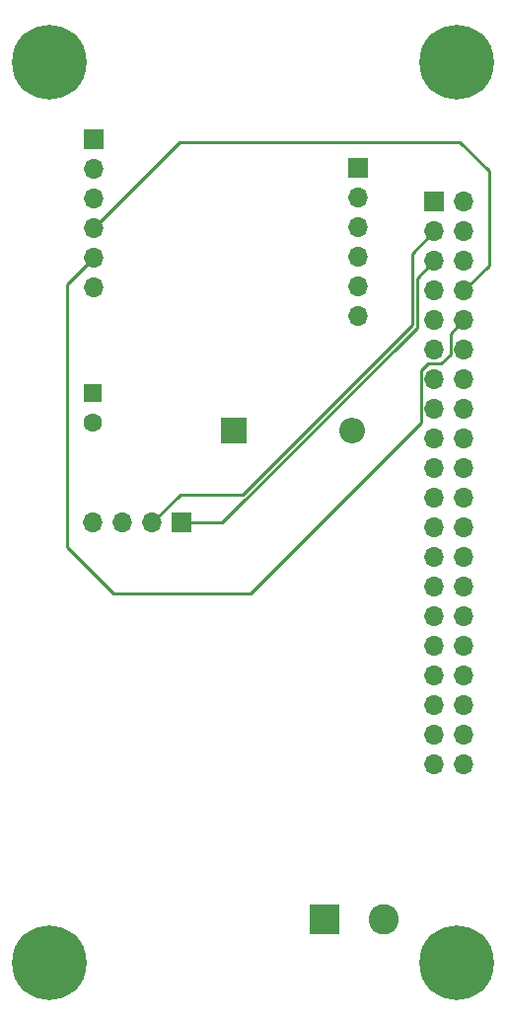
<source format=gtl>
G04 #@! TF.GenerationSoftware,KiCad,Pcbnew,5.1.6+dfsg1-1*
G04 #@! TF.CreationDate,2021-04-08T12:45:13+02:00*
G04 #@! TF.ProjectId,gsm-rtc-board,67736d2d-7274-4632-9d62-6f6172642e6b,rev?*
G04 #@! TF.SameCoordinates,Original*
G04 #@! TF.FileFunction,Copper,L1,Top*
G04 #@! TF.FilePolarity,Positive*
%FSLAX46Y46*%
G04 Gerber Fmt 4.6, Leading zero omitted, Abs format (unit mm)*
G04 Created by KiCad (PCBNEW 5.1.6+dfsg1-1) date 2021-04-08 12:45:13*
%MOMM*%
%LPD*%
G01*
G04 APERTURE LIST*
G04 #@! TA.AperFunction,ComponentPad*
%ADD10O,1.700000X1.700000*%
G04 #@! TD*
G04 #@! TA.AperFunction,ComponentPad*
%ADD11R,1.700000X1.700000*%
G04 #@! TD*
G04 #@! TA.AperFunction,ComponentPad*
%ADD12C,6.400000*%
G04 #@! TD*
G04 #@! TA.AperFunction,ComponentPad*
%ADD13C,2.600000*%
G04 #@! TD*
G04 #@! TA.AperFunction,ComponentPad*
%ADD14R,2.600000X2.600000*%
G04 #@! TD*
G04 #@! TA.AperFunction,ComponentPad*
%ADD15O,2.200000X2.200000*%
G04 #@! TD*
G04 #@! TA.AperFunction,ComponentPad*
%ADD16R,2.200000X2.200000*%
G04 #@! TD*
G04 #@! TA.AperFunction,ComponentPad*
%ADD17C,1.600000*%
G04 #@! TD*
G04 #@! TA.AperFunction,ComponentPad*
%ADD18R,1.600000X1.600000*%
G04 #@! TD*
G04 #@! TA.AperFunction,Conductor*
%ADD19C,0.250000*%
G04 #@! TD*
G04 APERTURE END LIST*
D10*
X77760000Y-108400000D03*
X80300000Y-108400000D03*
X82840000Y-108400000D03*
D11*
X85380000Y-108400000D03*
D12*
X74000000Y-146100000D03*
X109000000Y-146100000D03*
X109000000Y-68900000D03*
X74000000Y-68900000D03*
D10*
X100500000Y-90700000D03*
X100500000Y-88160000D03*
X100500000Y-85620000D03*
X100500000Y-83080000D03*
X100500000Y-80540000D03*
D11*
X100500000Y-78000000D03*
D10*
X77800000Y-88200000D03*
X77800000Y-85660000D03*
X77800000Y-83120000D03*
X77800000Y-80580000D03*
X77800000Y-78040000D03*
D11*
X77800000Y-75500000D03*
D10*
X109600000Y-129140000D03*
X107060000Y-129140000D03*
X109600000Y-126600000D03*
X107060000Y-126600000D03*
X109600000Y-124060000D03*
X107060000Y-124060000D03*
X109600000Y-121520000D03*
X107060000Y-121520000D03*
X109600000Y-118980000D03*
X107060000Y-118980000D03*
X109600000Y-116440000D03*
X107060000Y-116440000D03*
X109600000Y-113900000D03*
X107060000Y-113900000D03*
X109600000Y-111360000D03*
X107060000Y-111360000D03*
X109600000Y-108820000D03*
X107060000Y-108820000D03*
X109600000Y-106280000D03*
X107060000Y-106280000D03*
X109600000Y-103740000D03*
X107060000Y-103740000D03*
X109600000Y-101200000D03*
X107060000Y-101200000D03*
X109600000Y-98660000D03*
X107060000Y-98660000D03*
X109600000Y-96120000D03*
X107060000Y-96120000D03*
X109600000Y-93580000D03*
X107060000Y-93580000D03*
X109600000Y-91040000D03*
X107060000Y-91040000D03*
X109600000Y-88500000D03*
X107060000Y-88500000D03*
X109600000Y-85960000D03*
X107060000Y-85960000D03*
X109600000Y-83420000D03*
X107060000Y-83420000D03*
X109600000Y-80880000D03*
D11*
X107060000Y-80880000D03*
D13*
X102690000Y-142390000D03*
D14*
X97610000Y-142390000D03*
D15*
X99960000Y-100500000D03*
D16*
X89800000Y-100500000D03*
D17*
X77700000Y-99800000D03*
D18*
X77700000Y-97300000D03*
D19*
X77800000Y-85660000D02*
X75500000Y-87960000D01*
X75500000Y-87960000D02*
X75500000Y-110500000D01*
X75500000Y-110500000D02*
X79500000Y-114500000D01*
X79500000Y-114500000D02*
X91250000Y-114500000D01*
X108424999Y-92215001D02*
X109600000Y-91040000D01*
X108424999Y-93954003D02*
X108424999Y-92215001D01*
X107624001Y-94755001D02*
X108424999Y-93954003D01*
X106495999Y-94755001D02*
X107624001Y-94755001D01*
X105884999Y-95366001D02*
X106495999Y-94755001D01*
X105884999Y-99865001D02*
X105884999Y-95366001D01*
X91250000Y-114500000D02*
X105884999Y-99865001D01*
X109600000Y-88500000D02*
X111750000Y-86350000D01*
X111750000Y-86350000D02*
X111750000Y-78250000D01*
X111750000Y-78250000D02*
X109250000Y-75750000D01*
X85170000Y-75750000D02*
X77800000Y-83120000D01*
X109250000Y-75750000D02*
X85170000Y-75750000D01*
X105584999Y-87435001D02*
X105584999Y-91665001D01*
X107060000Y-85960000D02*
X105584999Y-87435001D01*
X88850000Y-108400000D02*
X85380000Y-108400000D01*
X105584999Y-91665001D02*
X88850000Y-108400000D01*
X105134989Y-85345011D02*
X105134989Y-91478601D01*
X107060000Y-83420000D02*
X105134989Y-85345011D01*
X105134989Y-91478601D02*
X90613590Y-106000000D01*
X85240000Y-106000000D02*
X82840000Y-108400000D01*
X90613590Y-106000000D02*
X85240000Y-106000000D01*
M02*

</source>
